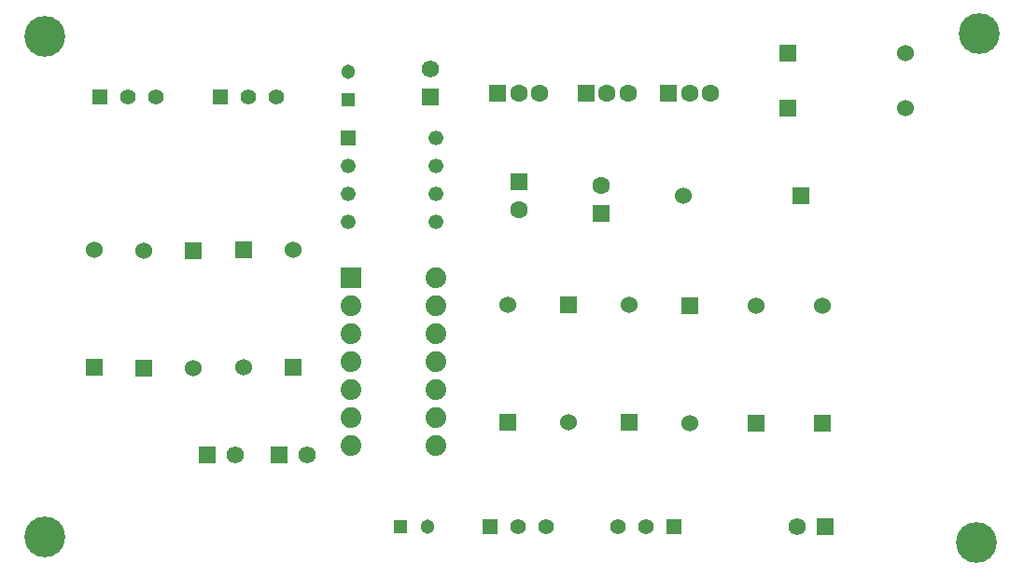
<source format=gts>
G04*
G04 #@! TF.GenerationSoftware,Altium Limited,Altium Designer,23.7.1 (13)*
G04*
G04 Layer_Color=8388736*
%FSLAX44Y44*%
%MOMM*%
G71*
G04*
G04 #@! TF.SameCoordinates,153F72C1-2EA9-491F-B8CB-9A114FCA6393*
G04*
G04*
G04 #@! TF.FilePolarity,Negative*
G04*
G01*
G75*
%ADD14C,1.5240*%
%ADD15R,1.5240X1.5240*%
%ADD16C,3.7032*%
%ADD17C,1.8796*%
%ADD18R,1.8796X1.8796*%
%ADD19C,1.6032*%
%ADD20R,1.6032X1.6032*%
%ADD21R,1.6032X1.6032*%
%ADD22C,1.5732*%
%ADD23R,1.5732X1.5732*%
%ADD24R,1.3032X1.3032*%
%ADD25C,1.3032*%
%ADD26R,1.4212X1.4212*%
%ADD27C,1.4212*%
%ADD28R,1.5732X1.5732*%
%ADD29R,1.3332X1.3332*%
%ADD30C,1.3332*%
%ADD31R,1.5240X1.5240*%
%ADD32R,1.3032X1.3032*%
D14*
X1335880Y1035000D02*
D03*
Y1085000D02*
D03*
X1134120Y955000D02*
D03*
X1200000Y855000D02*
D03*
X1260000D02*
D03*
X600000Y905880D02*
D03*
X780000D02*
D03*
X735000Y799120D02*
D03*
X975000Y855880D02*
D03*
X1030000Y749120D02*
D03*
X1140000Y748320D02*
D03*
X1085000Y855880D02*
D03*
X690000Y798320D02*
D03*
X645000Y905000D02*
D03*
D15*
X1229200Y1035000D02*
D03*
Y1085000D02*
D03*
X1240800Y955000D02*
D03*
D16*
X555000Y645000D02*
D03*
Y1100000D02*
D03*
X1400000Y640000D02*
D03*
X1402500Y1102500D02*
D03*
D17*
X910000Y728400D02*
D03*
Y753800D02*
D03*
Y779200D02*
D03*
Y804600D02*
D03*
Y830000D02*
D03*
Y855400D02*
D03*
Y880800D02*
D03*
X832530Y728400D02*
D03*
Y753800D02*
D03*
Y779200D02*
D03*
Y804600D02*
D03*
Y830000D02*
D03*
Y855400D02*
D03*
D18*
Y880800D02*
D03*
D19*
X1060000Y965000D02*
D03*
X1159050Y1048650D02*
D03*
X1140000Y1048450D02*
D03*
X1084050Y1048650D02*
D03*
X1065000Y1048450D02*
D03*
X1004050Y1048650D02*
D03*
X985000Y1048450D02*
D03*
Y942300D02*
D03*
D20*
X1060000Y939600D02*
D03*
X985000Y967700D02*
D03*
D21*
X1120950Y1048650D02*
D03*
X1045950D02*
D03*
X965950D02*
D03*
D22*
X905000Y1070400D02*
D03*
X1237300Y655000D02*
D03*
X792700Y720000D02*
D03*
X727700D02*
D03*
D23*
X905000Y1045000D02*
D03*
D24*
X830000Y1042500D02*
D03*
D25*
Y1067500D02*
D03*
X902500Y655000D02*
D03*
D26*
X714600Y1045000D02*
D03*
X604600D02*
D03*
X1125800Y655000D02*
D03*
X959200D02*
D03*
D27*
X740000Y1045000D02*
D03*
X765400D02*
D03*
X630000D02*
D03*
X655400D02*
D03*
X1100400Y655000D02*
D03*
X1075000D02*
D03*
X984600D02*
D03*
X1010000D02*
D03*
D28*
X1262700D02*
D03*
X767300Y720000D02*
D03*
X702300D02*
D03*
D29*
X830300Y1008100D02*
D03*
D30*
Y982700D02*
D03*
Y957300D02*
D03*
Y931900D02*
D03*
X909700D02*
D03*
Y957300D02*
D03*
Y982700D02*
D03*
Y1008100D02*
D03*
D31*
X1200000Y748320D02*
D03*
X1260000D02*
D03*
X600000Y799200D02*
D03*
X780000D02*
D03*
X735000Y905800D02*
D03*
X975000Y749200D02*
D03*
X1030000Y855800D02*
D03*
X1140000Y855000D02*
D03*
X1085000Y749200D02*
D03*
X690000Y905000D02*
D03*
X645000Y798320D02*
D03*
D32*
X877500Y655000D02*
D03*
M02*

</source>
